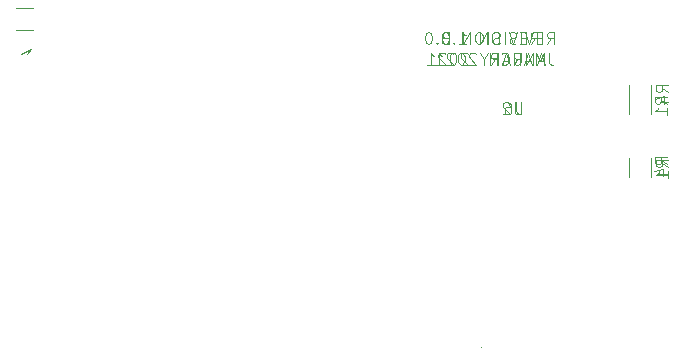
<source format=gbr>
From 69a08dacca69340c872528449dcab6e304934973 Mon Sep 17 00:00:00 2001
From: Blaise Thompson <blaise@untzag.com>
Date: Sat, 6 Mar 2021 12:12:09 -0600
Subject: digital driver revision B

---
 digital-driver/gerber/driver-B_SilkS.gbr | 556 ++++++++++++++-----------------
 1 file changed, 252 insertions(+), 304 deletions(-)

(limited to 'digital-driver/gerber/driver-B_SilkS.gbr')

diff --git a/digital-driver/gerber/driver-B_SilkS.gbr b/digital-driver/gerber/driver-B_SilkS.gbr
index 4ce688b..f7b7f6c 100644
--- a/digital-driver/gerber/driver-B_SilkS.gbr
+++ b/digital-driver/gerber/driver-B_SilkS.gbr
@@ -1,12 +1,12 @@
 %TF.GenerationSoftware,KiCad,Pcbnew,5.1.8+dfsg1-1+b1*%
-%TF.CreationDate,2021-01-25T11:41:01-06:00*%
-%TF.ProjectId,driver,64726976-6572-42e6-9b69-6361645f7063,1.0.0*%
+%TF.CreationDate,2021-03-06T12:09:01-06:00*%
+%TF.ProjectId,driver,64726976-6572-42e6-9b69-6361645f7063,B*%
 %TF.SameCoordinates,Original*%
 %TF.FileFunction,Legend,Bot*%
 %TF.FilePolarity,Positive*%
 %FSLAX46Y46*%
 G04 Gerber Fmt 4.6, Leading zero omitted, Abs format (unit mm)*
-G04 Created by KiCad (PCBNEW 5.1.8+dfsg1-1+b1) date 2021-01-25 11:41:01*
+G04 Created by KiCad (PCBNEW 5.1.8+dfsg1-1+b1) date 2021-03-06 12:09:01*
 %MOMM*%
 %LPD*%
 G01*
@@ -74,250 +74,205 @@ G02*
 X167640000Y-81280000I0J-2540000D01*
 G01*
 D11*
-X147097142Y-82127380D02*
-X147430476Y-81651190D01*
-X147668571Y-82127380D02*
-X147668571Y-81127380D01*
-X147287619Y-81127380D01*
-X147192380Y-81175000D01*
-X147144761Y-81222619D01*
-X147097142Y-81317857D01*
-X147097142Y-81460714D01*
-X147144761Y-81555952D01*
-X147192380Y-81603571D01*
-X147287619Y-81651190D01*
-X147668571Y-81651190D01*
-X146668571Y-81603571D02*
-X146335238Y-81603571D01*
-X146192380Y-82127380D02*
-X146668571Y-82127380D01*
-X146668571Y-81127380D01*
-X146192380Y-81127380D01*
-X145906666Y-81127380D02*
-X145573333Y-82127380D01*
-X145240000Y-81127380D01*
-X144906666Y-82127380D02*
-X144906666Y-81127380D01*
-X144478095Y-82079761D02*
-X144335238Y-82127380D01*
-X144097142Y-82127380D01*
-X144001904Y-82079761D01*
-X143954285Y-82032142D01*
-X143906666Y-81936904D01*
-X143906666Y-81841666D01*
-X143954285Y-81746428D01*
-X144001904Y-81698809D01*
-X144097142Y-81651190D01*
-X144287619Y-81603571D01*
-X144382857Y-81555952D01*
-X144430476Y-81508333D01*
-X144478095Y-81413095D01*
-X144478095Y-81317857D01*
-X144430476Y-81222619D01*
-X144382857Y-81175000D01*
-X144287619Y-81127380D01*
-X144049523Y-81127380D01*
-X143906666Y-81175000D01*
-X143478095Y-82127380D02*
-X143478095Y-81127380D01*
-X142811428Y-81127380D02*
-X142620952Y-81127380D01*
-X142525714Y-81175000D01*
-X142430476Y-81270238D01*
-X142382857Y-81460714D01*
-X142382857Y-81794047D01*
-X142430476Y-81984523D01*
-X142525714Y-82079761D01*
-X142620952Y-82127380D01*
-X142811428Y-82127380D01*
-X142906666Y-82079761D01*
-X143001904Y-81984523D01*
-X143049523Y-81794047D01*
-X143049523Y-81460714D01*
-X143001904Y-81270238D01*
-X142906666Y-81175000D01*
-X142811428Y-81127380D01*
-X141954285Y-82127380D02*
-X141954285Y-81127380D01*
-X141382857Y-82127380D01*
-X141382857Y-81127380D01*
-X139620952Y-82127380D02*
-X140192380Y-82127380D01*
-X139906666Y-82127380D02*
-X139906666Y-81127380D01*
-X140001904Y-81270238D01*
-X140097142Y-81365476D01*
-X140192380Y-81413095D01*
-X139192380Y-82032142D02*
-X139144761Y-82079761D01*
-X139192380Y-82127380D01*
-X139240000Y-82079761D01*
-X139192380Y-82032142D01*
-X139192380Y-82127380D01*
-X138525714Y-81127380D02*
-X138430476Y-81127380D01*
-X138335238Y-81175000D01*
-X138287619Y-81222619D01*
-X138240000Y-81317857D01*
-X138192380Y-81508333D01*
-X138192380Y-81746428D01*
-X138240000Y-81936904D01*
-X138287619Y-82032142D01*
-X138335238Y-82079761D01*
-X138430476Y-82127380D01*
-X138525714Y-82127380D01*
-X138620952Y-82079761D01*
-X138668571Y-82032142D01*
-X138716190Y-81936904D01*
-X138763809Y-81746428D01*
-X138763809Y-81508333D01*
-X138716190Y-81317857D01*
-X138668571Y-81222619D01*
-X138620952Y-81175000D01*
-X138525714Y-81127380D01*
-X137763809Y-82032142D02*
-X137716190Y-82079761D01*
-X137763809Y-82127380D01*
-X137811428Y-82079761D01*
-X137763809Y-82032142D01*
-X137763809Y-82127380D01*
-X137097142Y-81127380D02*
-X137001904Y-81127380D01*
-X136906666Y-81175000D01*
-X136859047Y-81222619D01*
-X136811428Y-81317857D01*
-X136763809Y-81508333D01*
-X136763809Y-81746428D01*
-X136811428Y-81936904D01*
-X136859047Y-82032142D01*
-X136906666Y-82079761D01*
-X137001904Y-82127380D01*
-X137097142Y-82127380D01*
-X137192380Y-82079761D01*
-X137240000Y-82032142D01*
-X137287619Y-81936904D01*
-X137335238Y-81746428D01*
-X137335238Y-81508333D01*
-X137287619Y-81317857D01*
-X137240000Y-81222619D01*
-X137192380Y-81175000D01*
-X137097142Y-81127380D01*
-X147216190Y-82877380D02*
-X147216190Y-83591666D01*
-X147263809Y-83734523D01*
-X147359047Y-83829761D01*
-X147501904Y-83877380D01*
-X147597142Y-83877380D01*
-X146787619Y-83591666D02*
-X146311428Y-83591666D01*
-X146882857Y-83877380D02*
-X146549523Y-82877380D01*
-X146216190Y-83877380D01*
-X145882857Y-83877380D02*
-X145882857Y-82877380D01*
-X145311428Y-83877380D01*
-X145311428Y-82877380D01*
-X144835238Y-82877380D02*
-X144835238Y-83686904D01*
-X144787619Y-83782142D01*
-X144740000Y-83829761D01*
-X144644761Y-83877380D01*
-X144454285Y-83877380D01*
-X144359047Y-83829761D01*
-X144311428Y-83782142D01*
-X144263809Y-83686904D01*
-X144263809Y-82877380D01*
-X143835238Y-83591666D02*
-X143359047Y-83591666D01*
-X143930476Y-83877380D02*
-X143597142Y-82877380D01*
-X143263809Y-83877380D01*
-X142359047Y-83877380D02*
-X142692380Y-83401190D01*
-X142930476Y-83877380D02*
-X142930476Y-82877380D01*
-X142549523Y-82877380D01*
-X142454285Y-82925000D01*
-X142406666Y-82972619D01*
-X142359047Y-83067857D01*
-X142359047Y-83210714D01*
-X142406666Y-83305952D01*
-X142454285Y-83353571D01*
-X142549523Y-83401190D01*
-X142930476Y-83401190D01*
-X141740000Y-83401190D02*
-X141740000Y-83877380D01*
-X142073333Y-82877380D02*
-X141740000Y-83401190D01*
-X141406666Y-82877380D01*
-X140359047Y-82972619D02*
-X140311428Y-82925000D01*
-X140216190Y-82877380D01*
-X139978095Y-82877380D01*
-X139882857Y-82925000D01*
-X139835238Y-82972619D01*
-X139787619Y-83067857D01*
-X139787619Y-83163095D01*
-X139835238Y-83305952D01*
-X140406666Y-83877380D01*
-X139787619Y-83877380D01*
-X139168571Y-82877380D02*
-X139073333Y-82877380D01*
-X138978095Y-82925000D01*
-X138930476Y-82972619D01*
-X138882857Y-83067857D01*
-X138835238Y-83258333D01*
-X138835238Y-83496428D01*
-X138882857Y-83686904D01*
-X138930476Y-83782142D01*
-X138978095Y-83829761D01*
-X139073333Y-83877380D01*
-X139168571Y-83877380D01*
-X139263809Y-83829761D01*
-X139311428Y-83782142D01*
-X139359047Y-83686904D01*
-X139406666Y-83496428D01*
-X139406666Y-83258333D01*
-X139359047Y-83067857D01*
-X139311428Y-82972619D01*
-X139263809Y-82925000D01*
-X139168571Y-82877380D01*
-X138454285Y-82972619D02*
-X138406666Y-82925000D01*
-X138311428Y-82877380D01*
-X138073333Y-82877380D01*
-X137978095Y-82925000D01*
-X137930476Y-82972619D01*
-X137882857Y-83067857D01*
-X137882857Y-83163095D01*
-X137930476Y-83305952D01*
-X138501904Y-83877380D01*
-X137882857Y-83877380D01*
-X136930476Y-83877380D02*
-X137501904Y-83877380D01*
-X137216190Y-83877380D02*
-X137216190Y-82877380D01*
-X137311428Y-83020238D01*
-X137406666Y-83115476D01*
-X137501904Y-83163095D01*
+X145692380Y-82127380D02*
+X146025714Y-81651190D01*
+X146263809Y-82127380D02*
+X146263809Y-81127380D01*
+X145882857Y-81127380D01*
+X145787619Y-81175000D01*
+X145740000Y-81222619D01*
+X145692380Y-81317857D01*
+X145692380Y-81460714D01*
+X145740000Y-81555952D01*
+X145787619Y-81603571D01*
+X145882857Y-81651190D01*
+X146263809Y-81651190D01*
+X145263809Y-81603571D02*
+X144930476Y-81603571D01*
+X144787619Y-82127380D02*
+X145263809Y-82127380D01*
+X145263809Y-81127380D01*
+X144787619Y-81127380D01*
+X144501904Y-81127380D02*
+X144168571Y-82127380D01*
+X143835238Y-81127380D01*
+X143501904Y-82127380D02*
+X143501904Y-81127380D01*
+X143073333Y-82079761D02*
+X142930476Y-82127380D01*
+X142692380Y-82127380D01*
+X142597142Y-82079761D01*
+X142549523Y-82032142D01*
+X142501904Y-81936904D01*
+X142501904Y-81841666D01*
+X142549523Y-81746428D01*
+X142597142Y-81698809D01*
+X142692380Y-81651190D01*
+X142882857Y-81603571D01*
+X142978095Y-81555952D01*
+X143025714Y-81508333D01*
+X143073333Y-81413095D01*
+X143073333Y-81317857D01*
+X143025714Y-81222619D01*
+X142978095Y-81175000D01*
+X142882857Y-81127380D01*
+X142644761Y-81127380D01*
+X142501904Y-81175000D01*
+X142073333Y-82127380D02*
+X142073333Y-81127380D01*
+X141406666Y-81127380D02*
+X141216190Y-81127380D01*
+X141120952Y-81175000D01*
+X141025714Y-81270238D01*
+X140978095Y-81460714D01*
+X140978095Y-81794047D01*
+X141025714Y-81984523D01*
+X141120952Y-82079761D01*
+X141216190Y-82127380D01*
+X141406666Y-82127380D01*
+X141501904Y-82079761D01*
+X141597142Y-81984523D01*
+X141644761Y-81794047D01*
+X141644761Y-81460714D01*
+X141597142Y-81270238D01*
+X141501904Y-81175000D01*
+X141406666Y-81127380D01*
+X140549523Y-82127380D02*
+X140549523Y-81127380D01*
+X139978095Y-82127380D01*
+X139978095Y-81127380D01*
+X138406666Y-81603571D02*
+X138263809Y-81651190D01*
+X138216190Y-81698809D01*
+X138168571Y-81794047D01*
+X138168571Y-81936904D01*
+X138216190Y-82032142D01*
+X138263809Y-82079761D01*
+X138359047Y-82127380D01*
+X138740000Y-82127380D01*
+X138740000Y-81127380D01*
+X138406666Y-81127380D01*
+X138311428Y-81175000D01*
+X138263809Y-81222619D01*
+X138216190Y-81317857D01*
+X138216190Y-81413095D01*
+X138263809Y-81508333D01*
+X138311428Y-81555952D01*
+X138406666Y-81603571D01*
+X138740000Y-81603571D01*
+X146811428Y-83877380D02*
+X146811428Y-82877380D01*
+X146478095Y-83591666D01*
+X146144761Y-82877380D01*
+X146144761Y-83877380D01*
+X145716190Y-83591666D02*
+X145240000Y-83591666D01*
+X145811428Y-83877380D02*
+X145478095Y-82877380D01*
+X145144761Y-83877380D01*
+X144240000Y-83877380D02*
+X144573333Y-83401190D01*
+X144811428Y-83877380D02*
+X144811428Y-82877380D01*
+X144430476Y-82877380D01*
+X144335238Y-82925000D01*
+X144287619Y-82972619D01*
+X144240000Y-83067857D01*
+X144240000Y-83210714D01*
+X144287619Y-83305952D01*
+X144335238Y-83353571D01*
+X144430476Y-83401190D01*
+X144811428Y-83401190D01*
+X143240000Y-83782142D02*
+X143287619Y-83829761D01*
+X143430476Y-83877380D01*
+X143525714Y-83877380D01*
+X143668571Y-83829761D01*
+X143763809Y-83734523D01*
+X143811428Y-83639285D01*
+X143859047Y-83448809D01*
+X143859047Y-83305952D01*
+X143811428Y-83115476D01*
+X143763809Y-83020238D01*
+X143668571Y-82925000D01*
+X143525714Y-82877380D01*
+X143430476Y-82877380D01*
+X143287619Y-82925000D01*
+X143240000Y-82972619D01*
+X142811428Y-83877380D02*
+X142811428Y-82877380D01*
+X142811428Y-83353571D02*
+X142240000Y-83353571D01*
+X142240000Y-83877380D02*
+X142240000Y-82877380D01*
+X141049523Y-82972619D02*
+X141001904Y-82925000D01*
+X140906666Y-82877380D01*
+X140668571Y-82877380D01*
+X140573333Y-82925000D01*
+X140525714Y-82972619D01*
+X140478095Y-83067857D01*
+X140478095Y-83163095D01*
+X140525714Y-83305952D01*
+X141097142Y-83877380D01*
+X140478095Y-83877380D01*
+X139859047Y-82877380D02*
+X139763809Y-82877380D01*
+X139668571Y-82925000D01*
+X139620952Y-82972619D01*
+X139573333Y-83067857D01*
+X139525714Y-83258333D01*
+X139525714Y-83496428D01*
+X139573333Y-83686904D01*
+X139620952Y-83782142D01*
+X139668571Y-83829761D01*
+X139763809Y-83877380D01*
+X139859047Y-83877380D01*
+X139954285Y-83829761D01*
+X140001904Y-83782142D01*
+X140049523Y-83686904D01*
+X140097142Y-83496428D01*
+X140097142Y-83258333D01*
+X140049523Y-83067857D01*
+X140001904Y-82972619D01*
+X139954285Y-82925000D01*
+X139859047Y-82877380D01*
+X139144761Y-82972619D02*
+X139097142Y-82925000D01*
+X139001904Y-82877380D01*
+X138763809Y-82877380D01*
+X138668571Y-82925000D01*
+X138620952Y-82972619D01*
+X138573333Y-83067857D01*
+X138573333Y-83163095D01*
+X138620952Y-83305952D01*
+X139192380Y-83877380D01*
+X138573333Y-83877380D01*
+X137620952Y-83877380D02*
+X138192380Y-83877380D01*
+X137906666Y-83877380D02*
+X137906666Y-82877380D01*
+X138001904Y-83020238D01*
+X138097142Y-83115476D01*
+X138192380Y-83163095D01*
 D12*
 %TO.C,R4*%
-X155850000Y-93209064D02*
-X155850000Y-91754936D01*
-X154030000Y-93209064D02*
-X154030000Y-91754936D01*
+X155850000Y-87087064D02*
+X155850000Y-85632936D01*
+X154030000Y-87087064D02*
+X154030000Y-85632936D01*
 %TO.C,R3*%
 X103597064Y-79100000D02*
 X102142936Y-79100000D01*
 X103597064Y-80920000D02*
 X102142936Y-80920000D01*
 %TO.C,R1*%
-X155850000Y-88077064D02*
-X155850000Y-86622936D01*
-X154030000Y-88077064D02*
-X154030000Y-86622936D01*
+X154030000Y-91982936D02*
+X154030000Y-93437064D01*
+X155850000Y-91982936D02*
+X155850000Y-93437064D01*
 D13*
-%TO.C,J6*%
+%TO.C,U2*%
 X141500000Y-107755000D02*
 X141500000Y-107755000D01*
 X141500000Y-107655000D02*
@@ -345,24 +300,24 @@ G01*
 %TD*%
 %TO.C,R4*%
 D15*
-X157212380Y-92315333D02*
-X156736190Y-91982000D01*
-X157212380Y-91743904D02*
-X156212380Y-91743904D01*
-X156212380Y-92124857D01*
-X156260000Y-92220095D01*
-X156307619Y-92267714D01*
-X156402857Y-92315333D01*
-X156545714Y-92315333D01*
-X156640952Y-92267714D01*
-X156688571Y-92220095D01*
-X156736190Y-92124857D01*
-X156736190Y-91743904D01*
-X156545714Y-93172476D02*
-X157212380Y-93172476D01*
-X156164761Y-92934380D02*
-X156879047Y-92696285D01*
-X156879047Y-93315333D01*
+X157297380Y-86193333D02*
+X156821190Y-85860000D01*
+X157297380Y-85621904D02*
+X156297380Y-85621904D01*
+X156297380Y-86002857D01*
+X156345000Y-86098095D01*
+X156392619Y-86145714D01*
+X156487857Y-86193333D01*
+X156630714Y-86193333D01*
+X156725952Y-86145714D01*
+X156773571Y-86098095D01*
+X156821190Y-86002857D01*
+X156821190Y-85621904D01*
+X156630714Y-87050476D02*
+X157297380Y-87050476D01*
+X156249761Y-86812380D02*
+X156964047Y-86574285D01*
+X156964047Y-87193333D01*
 %TO.C,R3*%
 X103036666Y-83002380D02*
 X103370000Y-82526190D01*
@@ -392,54 +347,47 @@ X102560476Y-83002380D01*
 X102655714Y-82954761D01*
 X102703333Y-82907142D01*
 %TO.C,R1*%
-X157212380Y-87183333D02*
-X156736190Y-86850000D01*
-X157212380Y-86611904D02*
-X156212380Y-86611904D01*
-X156212380Y-86992857D01*
-X156260000Y-87088095D01*
-X156307619Y-87135714D01*
-X156402857Y-87183333D01*
-X156545714Y-87183333D01*
-X156640952Y-87135714D01*
-X156688571Y-87088095D01*
-X156736190Y-86992857D01*
-X156736190Y-86611904D01*
-X157212380Y-88135714D02*
-X157212380Y-87564285D01*
-X157212380Y-87850000D02*
-X156212380Y-87850000D01*
-X156355238Y-87754761D01*
-X156450476Y-87659523D01*
-X156498095Y-87564285D01*
-%TO.C,J6*%
-X144478333Y-87082380D02*
-X144478333Y-87796666D01*
-X144525952Y-87939523D01*
-X144621190Y-88034761D01*
-X144764047Y-88082380D01*
-X144859285Y-88082380D01*
-X143573571Y-87082380D02*
-X143764047Y-87082380D01*
+X157297380Y-92543333D02*
+X156821190Y-92210000D01*
+X157297380Y-91971904D02*
+X156297380Y-91971904D01*
+X156297380Y-92352857D01*
+X156345000Y-92448095D01*
+X156392619Y-92495714D01*
+X156487857Y-92543333D01*
+X156630714Y-92543333D01*
+X156725952Y-92495714D01*
+X156773571Y-92448095D01*
+X156821190Y-92352857D01*
+X156821190Y-91971904D01*
+X157297380Y-93495714D02*
+X157297380Y-92924285D01*
+X157297380Y-93210000D02*
+X156297380Y-93210000D01*
+X156440238Y-93114761D01*
+X156535476Y-93019523D01*
+X156583095Y-92924285D01*
+%TO.C,U2*%
+X144906904Y-87082380D02*
+X144906904Y-87891904D01*
+X144859285Y-87987142D01*
+X144811666Y-88034761D01*
+X144716428Y-88082380D01*
+X144525952Y-88082380D01*
+X144430714Y-88034761D01*
+X144383095Y-87987142D01*
+X144335476Y-87891904D01*
+X144335476Y-87082380D01*
+X143906904Y-87177619D02*
 X143859285Y-87130000D01*
-X143906904Y-87177619D01*
-X144002142Y-87320476D01*
-X144049761Y-87510952D01*
-X144049761Y-87891904D01*
-X144002142Y-87987142D01*
-X143954523Y-88034761D01*
-X143859285Y-88082380D01*
-X143668809Y-88082380D01*
-X143573571Y-88034761D01*
-X143525952Y-87987142D01*
-X143478333Y-87891904D01*
-X143478333Y-87653809D01*
-X143525952Y-87558571D01*
-X143573571Y-87510952D01*
-X143668809Y-87463333D01*
-X143859285Y-87463333D01*
-X143954523Y-87510952D01*
-X144002142Y-87558571D01*
-X144049761Y-87653809D01*
+X143764047Y-87082380D01*
+X143525952Y-87082380D01*
+X143430714Y-87130000D01*
+X143383095Y-87177619D01*
+X143335476Y-87272857D01*
+X143335476Y-87368095D01*
+X143383095Y-87510952D01*
+X143954523Y-88082380D01*
+X143335476Y-88082380D01*
 %TD*%
 M02*
-- 
cgit v1.2.3


</source>
